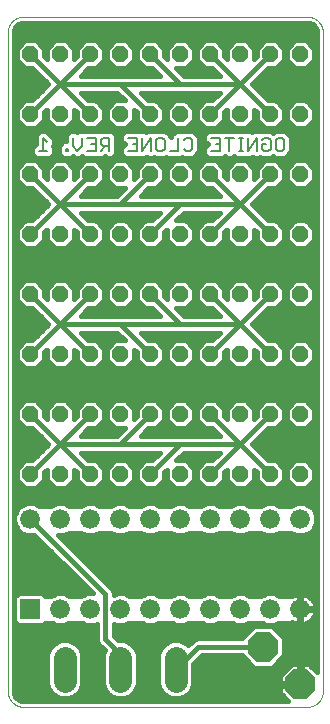
<source format=gbl>
G75*
%MOIN*%
%OFA0B0*%
%FSLAX25Y25*%
%IPPOS*%
%LPD*%
%AMOC8*
5,1,8,0,0,1.08239X$1,22.5*
%
%ADD10C,0.00000*%
%ADD11C,0.00700*%
%ADD12OC8,0.05200*%
%ADD13OC8,0.10000*%
%ADD14R,0.06600X0.06600*%
%ADD15C,0.06600*%
%ADD16C,0.07677*%
%ADD17C,0.01600*%
D10*
X0004567Y0009300D02*
X0004567Y0229261D01*
X0004569Y0229401D01*
X0004575Y0229541D01*
X0004585Y0229681D01*
X0004598Y0229821D01*
X0004616Y0229960D01*
X0004638Y0230099D01*
X0004663Y0230236D01*
X0004692Y0230374D01*
X0004725Y0230510D01*
X0004762Y0230645D01*
X0004803Y0230779D01*
X0004848Y0230912D01*
X0004896Y0231044D01*
X0004948Y0231174D01*
X0005003Y0231303D01*
X0005062Y0231430D01*
X0005125Y0231556D01*
X0005191Y0231680D01*
X0005260Y0231801D01*
X0005333Y0231921D01*
X0005410Y0232039D01*
X0005489Y0232154D01*
X0005572Y0232268D01*
X0005658Y0232378D01*
X0005747Y0232487D01*
X0005839Y0232593D01*
X0005934Y0232696D01*
X0006031Y0232797D01*
X0006132Y0232894D01*
X0006235Y0232989D01*
X0006341Y0233081D01*
X0006450Y0233170D01*
X0006560Y0233256D01*
X0006674Y0233339D01*
X0006789Y0233418D01*
X0006907Y0233495D01*
X0007027Y0233568D01*
X0007148Y0233637D01*
X0007272Y0233703D01*
X0007398Y0233766D01*
X0007525Y0233825D01*
X0007654Y0233880D01*
X0007784Y0233932D01*
X0007916Y0233980D01*
X0008049Y0234025D01*
X0008183Y0234066D01*
X0008318Y0234103D01*
X0008454Y0234136D01*
X0008592Y0234165D01*
X0008729Y0234190D01*
X0008868Y0234212D01*
X0009007Y0234230D01*
X0009147Y0234243D01*
X0009287Y0234253D01*
X0009427Y0234259D01*
X0009567Y0234261D01*
X0104517Y0234261D01*
X0104657Y0234259D01*
X0104797Y0234253D01*
X0104937Y0234243D01*
X0105077Y0234230D01*
X0105216Y0234212D01*
X0105355Y0234190D01*
X0105492Y0234165D01*
X0105630Y0234136D01*
X0105766Y0234103D01*
X0105901Y0234066D01*
X0106035Y0234025D01*
X0106168Y0233980D01*
X0106300Y0233932D01*
X0106430Y0233880D01*
X0106559Y0233825D01*
X0106686Y0233766D01*
X0106812Y0233703D01*
X0106936Y0233637D01*
X0107057Y0233568D01*
X0107177Y0233495D01*
X0107295Y0233418D01*
X0107410Y0233339D01*
X0107524Y0233256D01*
X0107634Y0233170D01*
X0107743Y0233081D01*
X0107849Y0232989D01*
X0107952Y0232894D01*
X0108053Y0232797D01*
X0108150Y0232696D01*
X0108245Y0232593D01*
X0108337Y0232487D01*
X0108426Y0232378D01*
X0108512Y0232268D01*
X0108595Y0232154D01*
X0108674Y0232039D01*
X0108751Y0231921D01*
X0108824Y0231801D01*
X0108893Y0231680D01*
X0108959Y0231556D01*
X0109022Y0231430D01*
X0109081Y0231303D01*
X0109136Y0231174D01*
X0109188Y0231044D01*
X0109236Y0230912D01*
X0109281Y0230779D01*
X0109322Y0230645D01*
X0109359Y0230510D01*
X0109392Y0230374D01*
X0109421Y0230236D01*
X0109446Y0230099D01*
X0109468Y0229960D01*
X0109486Y0229821D01*
X0109499Y0229681D01*
X0109509Y0229541D01*
X0109515Y0229401D01*
X0109517Y0229261D01*
X0109517Y0009300D01*
X0109515Y0009160D01*
X0109509Y0009020D01*
X0109499Y0008880D01*
X0109486Y0008740D01*
X0109468Y0008601D01*
X0109446Y0008462D01*
X0109421Y0008325D01*
X0109392Y0008187D01*
X0109359Y0008051D01*
X0109322Y0007916D01*
X0109281Y0007782D01*
X0109236Y0007649D01*
X0109188Y0007517D01*
X0109136Y0007387D01*
X0109081Y0007258D01*
X0109022Y0007131D01*
X0108959Y0007005D01*
X0108893Y0006881D01*
X0108824Y0006760D01*
X0108751Y0006640D01*
X0108674Y0006522D01*
X0108595Y0006407D01*
X0108512Y0006293D01*
X0108426Y0006183D01*
X0108337Y0006074D01*
X0108245Y0005968D01*
X0108150Y0005865D01*
X0108053Y0005764D01*
X0107952Y0005667D01*
X0107849Y0005572D01*
X0107743Y0005480D01*
X0107634Y0005391D01*
X0107524Y0005305D01*
X0107410Y0005222D01*
X0107295Y0005143D01*
X0107177Y0005066D01*
X0107057Y0004993D01*
X0106936Y0004924D01*
X0106812Y0004858D01*
X0106686Y0004795D01*
X0106559Y0004736D01*
X0106430Y0004681D01*
X0106300Y0004629D01*
X0106168Y0004581D01*
X0106035Y0004536D01*
X0105901Y0004495D01*
X0105766Y0004458D01*
X0105630Y0004425D01*
X0105492Y0004396D01*
X0105355Y0004371D01*
X0105216Y0004349D01*
X0105077Y0004331D01*
X0104937Y0004318D01*
X0104797Y0004308D01*
X0104657Y0004302D01*
X0104517Y0004300D01*
X0009567Y0004300D01*
X0009427Y0004302D01*
X0009287Y0004308D01*
X0009147Y0004318D01*
X0009007Y0004331D01*
X0008868Y0004349D01*
X0008729Y0004371D01*
X0008592Y0004396D01*
X0008454Y0004425D01*
X0008318Y0004458D01*
X0008183Y0004495D01*
X0008049Y0004536D01*
X0007916Y0004581D01*
X0007784Y0004629D01*
X0007654Y0004681D01*
X0007525Y0004736D01*
X0007398Y0004795D01*
X0007272Y0004858D01*
X0007148Y0004924D01*
X0007027Y0004993D01*
X0006907Y0005066D01*
X0006789Y0005143D01*
X0006674Y0005222D01*
X0006560Y0005305D01*
X0006450Y0005391D01*
X0006341Y0005480D01*
X0006235Y0005572D01*
X0006132Y0005667D01*
X0006031Y0005764D01*
X0005934Y0005865D01*
X0005839Y0005968D01*
X0005747Y0006074D01*
X0005658Y0006183D01*
X0005572Y0006293D01*
X0005489Y0006407D01*
X0005410Y0006522D01*
X0005333Y0006640D01*
X0005260Y0006760D01*
X0005191Y0006881D01*
X0005125Y0007005D01*
X0005062Y0007131D01*
X0005003Y0007258D01*
X0004948Y0007387D01*
X0004896Y0007517D01*
X0004848Y0007649D01*
X0004803Y0007782D01*
X0004762Y0007916D01*
X0004725Y0008051D01*
X0004692Y0008187D01*
X0004663Y0008325D01*
X0004638Y0008462D01*
X0004616Y0008601D01*
X0004598Y0008740D01*
X0004585Y0008880D01*
X0004575Y0009020D01*
X0004569Y0009160D01*
X0004567Y0009300D01*
D11*
X0014814Y0189650D02*
X0017683Y0189650D01*
X0016248Y0189650D02*
X0016248Y0193954D01*
X0017683Y0192519D01*
X0023871Y0190367D02*
X0023871Y0189650D01*
X0024589Y0189650D01*
X0024589Y0190367D01*
X0023871Y0190367D01*
X0026323Y0191085D02*
X0026323Y0193954D01*
X0026323Y0191085D02*
X0027758Y0189650D01*
X0029192Y0191085D01*
X0029192Y0193954D01*
X0030927Y0193954D02*
X0033796Y0193954D01*
X0033796Y0189650D01*
X0030927Y0189650D01*
X0032362Y0191802D02*
X0033796Y0191802D01*
X0035531Y0191802D02*
X0036248Y0191085D01*
X0038400Y0191085D01*
X0036966Y0191085D02*
X0035531Y0189650D01*
X0035531Y0191802D02*
X0035531Y0193236D01*
X0036248Y0193954D01*
X0038400Y0193954D01*
X0038400Y0189650D01*
X0044739Y0189650D02*
X0047608Y0189650D01*
X0047608Y0193954D01*
X0044739Y0193954D01*
X0046174Y0191802D02*
X0047608Y0191802D01*
X0049343Y0189650D02*
X0049343Y0193954D01*
X0052212Y0193954D02*
X0049343Y0189650D01*
X0052212Y0189650D02*
X0052212Y0193954D01*
X0053947Y0193236D02*
X0053947Y0190367D01*
X0054664Y0189650D01*
X0056099Y0189650D01*
X0056816Y0190367D01*
X0056816Y0193236D01*
X0056099Y0193954D01*
X0054664Y0193954D01*
X0053947Y0193236D01*
X0058551Y0189650D02*
X0061420Y0189650D01*
X0061420Y0193954D01*
X0063155Y0193236D02*
X0063872Y0193954D01*
X0065307Y0193954D01*
X0066024Y0193236D01*
X0066024Y0190367D01*
X0065307Y0189650D01*
X0063872Y0189650D01*
X0063155Y0190367D01*
X0072363Y0189650D02*
X0075232Y0189650D01*
X0075232Y0193954D01*
X0072363Y0193954D01*
X0073797Y0191802D02*
X0075232Y0191802D01*
X0076966Y0193954D02*
X0079836Y0193954D01*
X0081470Y0193954D02*
X0082905Y0193954D01*
X0082188Y0193954D02*
X0082188Y0189650D01*
X0082905Y0189650D02*
X0081470Y0189650D01*
X0078401Y0189650D02*
X0078401Y0193954D01*
X0084640Y0193954D02*
X0084640Y0189650D01*
X0087509Y0193954D01*
X0087509Y0189650D01*
X0089244Y0190367D02*
X0089244Y0191802D01*
X0090678Y0191802D01*
X0089244Y0193236D02*
X0089961Y0193954D01*
X0091395Y0193954D01*
X0092113Y0193236D01*
X0092113Y0190367D01*
X0091395Y0189650D01*
X0089961Y0189650D01*
X0089244Y0190367D01*
X0093848Y0190367D02*
X0093848Y0193236D01*
X0094565Y0193954D01*
X0095999Y0193954D01*
X0096717Y0193236D01*
X0096717Y0190367D01*
X0095999Y0189650D01*
X0094565Y0189650D01*
X0093848Y0190367D01*
D12*
X0092067Y0181800D03*
X0082067Y0181800D03*
X0082067Y0201800D03*
X0092067Y0201800D03*
X0092067Y0221800D03*
X0082067Y0221800D03*
X0072067Y0221800D03*
X0072067Y0201800D03*
X0072067Y0181800D03*
X0062067Y0181800D03*
X0062067Y0201800D03*
X0062067Y0221800D03*
X0052067Y0221800D03*
X0052067Y0201800D03*
X0052067Y0181800D03*
X0042067Y0181800D03*
X0032067Y0181800D03*
X0032067Y0201800D03*
X0042067Y0201800D03*
X0042067Y0221800D03*
X0032067Y0221800D03*
X0022067Y0221800D03*
X0022067Y0201800D03*
X0022067Y0181800D03*
X0012067Y0181800D03*
X0012067Y0201800D03*
X0012067Y0221800D03*
X0012067Y0161800D03*
X0012067Y0141800D03*
X0012067Y0121800D03*
X0022067Y0121800D03*
X0022067Y0141800D03*
X0022067Y0161800D03*
X0032067Y0161800D03*
X0042067Y0161800D03*
X0042067Y0141800D03*
X0032067Y0141800D03*
X0032067Y0121800D03*
X0042067Y0121800D03*
X0052067Y0121800D03*
X0052067Y0141800D03*
X0052067Y0161800D03*
X0062067Y0161800D03*
X0062067Y0141800D03*
X0062067Y0121800D03*
X0072067Y0121800D03*
X0072067Y0141800D03*
X0072067Y0161800D03*
X0082067Y0161800D03*
X0092067Y0161800D03*
X0092067Y0141800D03*
X0082067Y0141800D03*
X0082067Y0121800D03*
X0092067Y0121800D03*
X0102067Y0121800D03*
X0102067Y0141800D03*
X0102067Y0161800D03*
X0102067Y0181800D03*
X0102067Y0201800D03*
X0102067Y0221800D03*
X0102067Y0101800D03*
X0102067Y0081800D03*
X0092067Y0081800D03*
X0082067Y0081800D03*
X0082067Y0101800D03*
X0092067Y0101800D03*
X0072067Y0101800D03*
X0072067Y0081800D03*
X0062067Y0081800D03*
X0062067Y0101800D03*
X0052067Y0101800D03*
X0052067Y0081800D03*
X0042067Y0081800D03*
X0032067Y0081800D03*
X0032067Y0101800D03*
X0042067Y0101800D03*
X0022067Y0101800D03*
X0022067Y0081800D03*
X0012067Y0081800D03*
X0012067Y0101800D03*
D13*
X0089567Y0024300D03*
X0102067Y0011800D03*
D14*
X0012067Y0036800D03*
D15*
X0022067Y0036800D03*
X0032067Y0036800D03*
X0042067Y0036800D03*
X0052067Y0036800D03*
X0062067Y0036800D03*
X0072067Y0036800D03*
X0082067Y0036800D03*
X0092067Y0036800D03*
X0102067Y0036800D03*
X0102067Y0066800D03*
X0092067Y0066800D03*
X0082067Y0066800D03*
X0072067Y0066800D03*
X0062067Y0066800D03*
X0052067Y0066800D03*
X0042067Y0066800D03*
X0032067Y0066800D03*
X0022067Y0066800D03*
X0012067Y0066800D03*
D16*
X0023567Y0020639D02*
X0023567Y0012961D01*
X0042067Y0012961D02*
X0042067Y0020639D01*
X0060567Y0020639D02*
X0060567Y0012961D01*
D17*
X0060567Y0016800D02*
X0068067Y0024300D01*
X0089567Y0024300D01*
X0093267Y0030499D02*
X0107517Y0030499D01*
X0107517Y0032097D02*
X0104071Y0032097D01*
X0104024Y0032074D02*
X0104740Y0032438D01*
X0105389Y0032910D01*
X0105957Y0033478D01*
X0106429Y0034127D01*
X0106793Y0034842D01*
X0107041Y0035606D01*
X0107167Y0036399D01*
X0107167Y0036500D01*
X0102367Y0036500D01*
X0102367Y0037100D01*
X0107167Y0037100D01*
X0107167Y0037201D01*
X0107041Y0037994D01*
X0106793Y0038758D01*
X0106429Y0039473D01*
X0105957Y0040122D01*
X0105389Y0040690D01*
X0104740Y0041162D01*
X0104024Y0041526D01*
X0103261Y0041774D01*
X0102468Y0041900D01*
X0102367Y0041900D01*
X0102367Y0037100D01*
X0101767Y0037100D01*
X0101767Y0041900D01*
X0101665Y0041900D01*
X0100872Y0041774D01*
X0100109Y0041526D01*
X0099394Y0041162D01*
X0099330Y0041115D01*
X0099145Y0041300D01*
X0095052Y0041300D01*
X0093121Y0042100D01*
X0091012Y0042100D01*
X0089081Y0041300D01*
X0085052Y0041300D01*
X0083121Y0042100D01*
X0081012Y0042100D01*
X0079081Y0041300D01*
X0075052Y0041300D01*
X0073121Y0042100D01*
X0071012Y0042100D01*
X0069081Y0041300D01*
X0065052Y0041300D01*
X0063121Y0042100D01*
X0061012Y0042100D01*
X0059081Y0041300D01*
X0055052Y0041300D01*
X0053121Y0042100D01*
X0051012Y0042100D01*
X0049081Y0041300D01*
X0045052Y0041300D01*
X0043121Y0042100D01*
X0041012Y0042100D01*
X0039867Y0041625D01*
X0039867Y0042357D01*
X0039440Y0043386D01*
X0038653Y0044174D01*
X0021326Y0061500D01*
X0023121Y0061500D01*
X0025052Y0062300D01*
X0029081Y0062300D01*
X0031012Y0061500D01*
X0033121Y0061500D01*
X0035052Y0062300D01*
X0039081Y0062300D01*
X0041012Y0061500D01*
X0043121Y0061500D01*
X0045052Y0062300D01*
X0049081Y0062300D01*
X0051012Y0061500D01*
X0053121Y0061500D01*
X0055052Y0062300D01*
X0059081Y0062300D01*
X0061012Y0061500D01*
X0063121Y0061500D01*
X0065052Y0062300D01*
X0069081Y0062300D01*
X0071012Y0061500D01*
X0073121Y0061500D01*
X0075052Y0062300D01*
X0079081Y0062300D01*
X0081012Y0061500D01*
X0083121Y0061500D01*
X0085052Y0062300D01*
X0089081Y0062300D01*
X0091012Y0061500D01*
X0093121Y0061500D01*
X0095052Y0062300D01*
X0099081Y0062300D01*
X0101012Y0061500D01*
X0103121Y0061500D01*
X0105052Y0062300D01*
X0105395Y0062300D01*
X0106567Y0063472D01*
X0106567Y0063814D01*
X0107367Y0065746D01*
X0107367Y0067854D01*
X0106567Y0069786D01*
X0106567Y0070128D01*
X0105395Y0071300D01*
X0105052Y0071300D01*
X0103121Y0072100D01*
X0101012Y0072100D01*
X0099081Y0071300D01*
X0095052Y0071300D01*
X0093121Y0072100D01*
X0091012Y0072100D01*
X0089081Y0071300D01*
X0085052Y0071300D01*
X0083121Y0072100D01*
X0081012Y0072100D01*
X0079081Y0071300D01*
X0075052Y0071300D01*
X0073121Y0072100D01*
X0071012Y0072100D01*
X0069081Y0071300D01*
X0065052Y0071300D01*
X0063121Y0072100D01*
X0061012Y0072100D01*
X0059081Y0071300D01*
X0055052Y0071300D01*
X0053121Y0072100D01*
X0051012Y0072100D01*
X0049081Y0071300D01*
X0045052Y0071300D01*
X0043121Y0072100D01*
X0041012Y0072100D01*
X0039081Y0071300D01*
X0035052Y0071300D01*
X0033121Y0072100D01*
X0031012Y0072100D01*
X0029081Y0071300D01*
X0025052Y0071300D01*
X0023121Y0072100D01*
X0021012Y0072100D01*
X0019081Y0071300D01*
X0015052Y0071300D01*
X0013121Y0072100D01*
X0011012Y0072100D01*
X0009081Y0071300D01*
X0008738Y0071300D01*
X0007567Y0070128D01*
X0007567Y0069786D01*
X0006767Y0067854D01*
X0006767Y0065746D01*
X0007567Y0063814D01*
X0007567Y0063472D01*
X0008738Y0062300D01*
X0009081Y0062300D01*
X0011012Y0061500D01*
X0013121Y0061500D01*
X0013323Y0061584D01*
X0032807Y0042100D01*
X0031012Y0042100D01*
X0029081Y0041300D01*
X0025052Y0041300D01*
X0023121Y0042100D01*
X0021012Y0042100D01*
X0019081Y0041300D01*
X0016995Y0041300D01*
X0016195Y0042100D01*
X0007938Y0042100D01*
X0006767Y0040928D01*
X0006767Y0032672D01*
X0007938Y0031500D01*
X0016195Y0031500D01*
X0016995Y0032300D01*
X0019081Y0032300D01*
X0021012Y0031500D01*
X0023121Y0031500D01*
X0025052Y0032300D01*
X0029081Y0032300D01*
X0031012Y0031500D01*
X0033121Y0031500D01*
X0034267Y0031975D01*
X0034267Y0026243D01*
X0034693Y0025214D01*
X0036778Y0023128D01*
X0036228Y0021800D01*
X0036228Y0011800D01*
X0037117Y0009654D01*
X0038759Y0008012D01*
X0040905Y0007123D01*
X0043228Y0007123D01*
X0045374Y0008012D01*
X0047016Y0009654D01*
X0047905Y0011800D01*
X0047905Y0021800D01*
X0047016Y0023946D01*
X0045374Y0025588D01*
X0043228Y0026477D01*
X0041349Y0026477D01*
X0039867Y0027960D01*
X0039867Y0031975D01*
X0041012Y0031500D01*
X0043121Y0031500D01*
X0045052Y0032300D01*
X0049081Y0032300D01*
X0051012Y0031500D01*
X0053121Y0031500D01*
X0055052Y0032300D01*
X0059081Y0032300D01*
X0061012Y0031500D01*
X0063121Y0031500D01*
X0065052Y0032300D01*
X0069081Y0032300D01*
X0071012Y0031500D01*
X0073121Y0031500D01*
X0075052Y0032300D01*
X0079081Y0032300D01*
X0081012Y0031500D01*
X0083121Y0031500D01*
X0085052Y0032300D01*
X0089081Y0032300D01*
X0091012Y0031500D01*
X0093121Y0031500D01*
X0095052Y0032300D01*
X0099145Y0032300D01*
X0099330Y0032485D01*
X0099394Y0032438D01*
X0100109Y0032074D01*
X0100872Y0031826D01*
X0101665Y0031700D01*
X0101767Y0031700D01*
X0101767Y0036500D01*
X0102367Y0036500D01*
X0102367Y0031700D01*
X0102468Y0031700D01*
X0103261Y0031826D01*
X0104024Y0032074D01*
X0102367Y0032097D02*
X0101767Y0032097D01*
X0101767Y0033696D02*
X0102367Y0033696D01*
X0102367Y0035294D02*
X0101767Y0035294D01*
X0102367Y0036893D02*
X0107517Y0036893D01*
X0107517Y0038491D02*
X0106880Y0038491D01*
X0107517Y0040090D02*
X0105980Y0040090D01*
X0107517Y0041688D02*
X0103526Y0041688D01*
X0102367Y0041688D02*
X0101767Y0041688D01*
X0100608Y0041688D02*
X0094115Y0041688D01*
X0090019Y0041688D02*
X0084115Y0041688D01*
X0080019Y0041688D02*
X0074115Y0041688D01*
X0070019Y0041688D02*
X0064115Y0041688D01*
X0060019Y0041688D02*
X0054115Y0041688D01*
X0050019Y0041688D02*
X0044115Y0041688D01*
X0040019Y0041688D02*
X0039867Y0041688D01*
X0039481Y0043287D02*
X0107517Y0043287D01*
X0107517Y0044885D02*
X0037941Y0044885D01*
X0037067Y0041800D02*
X0037067Y0026800D01*
X0042067Y0021800D01*
X0042067Y0016800D01*
X0045096Y0025703D02*
X0057537Y0025703D01*
X0057259Y0025588D02*
X0055617Y0023946D01*
X0054728Y0021800D01*
X0054728Y0011800D01*
X0055617Y0009654D01*
X0057259Y0008012D01*
X0059405Y0007123D01*
X0061728Y0007123D01*
X0063874Y0008012D01*
X0065516Y0009654D01*
X0066405Y0011800D01*
X0066405Y0018679D01*
X0069226Y0021500D01*
X0082567Y0021500D01*
X0082567Y0021401D01*
X0086667Y0017300D01*
X0092466Y0017300D01*
X0096567Y0021401D01*
X0096567Y0027199D01*
X0092466Y0031300D01*
X0086667Y0031300D01*
X0082567Y0027199D01*
X0082567Y0027100D01*
X0067510Y0027100D01*
X0066481Y0026674D01*
X0064635Y0024828D01*
X0063874Y0025588D01*
X0061728Y0026477D01*
X0059405Y0026477D01*
X0057259Y0025588D01*
X0055776Y0024105D02*
X0046858Y0024105D01*
X0047613Y0022506D02*
X0055021Y0022506D01*
X0054728Y0020908D02*
X0047905Y0020908D01*
X0047905Y0019309D02*
X0054728Y0019309D01*
X0054728Y0017711D02*
X0047905Y0017711D01*
X0047905Y0016112D02*
X0054728Y0016112D01*
X0054728Y0014514D02*
X0047905Y0014514D01*
X0047905Y0012915D02*
X0054728Y0012915D01*
X0054928Y0011317D02*
X0047705Y0011317D01*
X0047043Y0009718D02*
X0055590Y0009718D01*
X0057151Y0008120D02*
X0045482Y0008120D01*
X0038651Y0008120D02*
X0026982Y0008120D01*
X0026874Y0008012D02*
X0028516Y0009654D01*
X0029405Y0011800D01*
X0029405Y0021800D01*
X0028516Y0023946D01*
X0026874Y0025588D01*
X0024728Y0026477D01*
X0022405Y0026477D01*
X0020259Y0025588D01*
X0018617Y0023946D01*
X0017728Y0021800D01*
X0017728Y0011800D01*
X0018617Y0009654D01*
X0020259Y0008012D01*
X0022405Y0007123D01*
X0024728Y0007123D01*
X0026874Y0008012D01*
X0028543Y0009718D02*
X0037090Y0009718D01*
X0036428Y0011317D02*
X0029205Y0011317D01*
X0029405Y0012915D02*
X0036228Y0012915D01*
X0036228Y0014514D02*
X0029405Y0014514D01*
X0029405Y0016112D02*
X0036228Y0016112D01*
X0036228Y0017711D02*
X0029405Y0017711D01*
X0029405Y0019309D02*
X0036228Y0019309D01*
X0036228Y0020908D02*
X0029405Y0020908D01*
X0029113Y0022506D02*
X0036521Y0022506D01*
X0035802Y0024105D02*
X0028358Y0024105D01*
X0026596Y0025703D02*
X0034490Y0025703D01*
X0034267Y0027302D02*
X0006567Y0027302D01*
X0006567Y0028900D02*
X0034267Y0028900D01*
X0034267Y0030499D02*
X0006567Y0030499D01*
X0006567Y0032097D02*
X0007341Y0032097D01*
X0006767Y0033696D02*
X0006567Y0033696D01*
X0006567Y0035294D02*
X0006767Y0035294D01*
X0006767Y0036893D02*
X0006567Y0036893D01*
X0006567Y0038491D02*
X0006767Y0038491D01*
X0006767Y0040090D02*
X0006567Y0040090D01*
X0006567Y0041688D02*
X0007527Y0041688D01*
X0006567Y0043287D02*
X0031620Y0043287D01*
X0030021Y0044885D02*
X0006567Y0044885D01*
X0006567Y0046484D02*
X0028423Y0046484D01*
X0026824Y0048082D02*
X0006567Y0048082D01*
X0006567Y0049681D02*
X0025226Y0049681D01*
X0023627Y0051279D02*
X0006567Y0051279D01*
X0006567Y0052878D02*
X0022029Y0052878D01*
X0020430Y0054476D02*
X0006567Y0054476D01*
X0006567Y0056075D02*
X0018832Y0056075D01*
X0017233Y0057673D02*
X0006567Y0057673D01*
X0006567Y0059272D02*
X0015635Y0059272D01*
X0014036Y0060870D02*
X0006567Y0060870D01*
X0006567Y0062469D02*
X0008569Y0062469D01*
X0007462Y0064068D02*
X0006567Y0064068D01*
X0006567Y0065666D02*
X0006800Y0065666D01*
X0006767Y0067265D02*
X0006567Y0067265D01*
X0006567Y0068863D02*
X0007185Y0068863D01*
X0006567Y0070462D02*
X0007900Y0070462D01*
X0006567Y0072060D02*
X0010916Y0072060D01*
X0013217Y0072060D02*
X0020916Y0072060D01*
X0023217Y0072060D02*
X0030916Y0072060D01*
X0033217Y0072060D02*
X0040916Y0072060D01*
X0043217Y0072060D02*
X0050916Y0072060D01*
X0053217Y0072060D02*
X0060916Y0072060D01*
X0063217Y0072060D02*
X0070916Y0072060D01*
X0073217Y0072060D02*
X0080916Y0072060D01*
X0083217Y0072060D02*
X0090916Y0072060D01*
X0093217Y0072060D02*
X0100916Y0072060D01*
X0103217Y0072060D02*
X0107517Y0072060D01*
X0107517Y0070462D02*
X0106234Y0070462D01*
X0106949Y0068863D02*
X0107517Y0068863D01*
X0107517Y0067265D02*
X0107367Y0067265D01*
X0107334Y0065666D02*
X0107517Y0065666D01*
X0107517Y0064068D02*
X0106671Y0064068D01*
X0107517Y0062469D02*
X0105564Y0062469D01*
X0107517Y0060870D02*
X0021956Y0060870D01*
X0023554Y0059272D02*
X0107517Y0059272D01*
X0107517Y0057673D02*
X0025153Y0057673D01*
X0026751Y0056075D02*
X0107517Y0056075D01*
X0107517Y0054476D02*
X0028350Y0054476D01*
X0029949Y0052878D02*
X0107517Y0052878D01*
X0107517Y0051279D02*
X0031547Y0051279D01*
X0033146Y0049681D02*
X0107517Y0049681D01*
X0107517Y0048082D02*
X0034744Y0048082D01*
X0036343Y0046484D02*
X0107517Y0046484D01*
X0102367Y0040090D02*
X0101767Y0040090D01*
X0101767Y0038491D02*
X0102367Y0038491D01*
X0100063Y0032097D02*
X0094563Y0032097D01*
X0094866Y0028900D02*
X0107517Y0028900D01*
X0107517Y0027302D02*
X0096464Y0027302D01*
X0096567Y0025703D02*
X0107517Y0025703D01*
X0107517Y0024105D02*
X0096567Y0024105D01*
X0096567Y0022506D02*
X0107517Y0022506D01*
X0107517Y0020908D02*
X0096074Y0020908D01*
X0094475Y0019309D02*
X0107517Y0019309D01*
X0107517Y0017711D02*
X0105773Y0017711D01*
X0104883Y0018600D02*
X0102642Y0018600D01*
X0102642Y0012375D01*
X0101492Y0012375D01*
X0101492Y0018600D01*
X0099250Y0018600D01*
X0095267Y0014617D01*
X0095267Y0012375D01*
X0101492Y0012375D01*
X0101492Y0011225D01*
X0095267Y0011225D01*
X0095267Y0008983D01*
X0097950Y0006300D01*
X0009567Y0006300D01*
X0008981Y0006358D01*
X0007900Y0006806D01*
X0007072Y0007633D01*
X0006624Y0008715D01*
X0006567Y0009300D01*
X0006567Y0229261D01*
X0006624Y0229846D01*
X0007072Y0230927D01*
X0007900Y0231755D01*
X0008981Y0232203D01*
X0009567Y0232261D01*
X0104517Y0232261D01*
X0105103Y0232203D01*
X0106184Y0231755D01*
X0107012Y0230927D01*
X0107460Y0229846D01*
X0107517Y0229261D01*
X0107517Y0015966D01*
X0104883Y0018600D01*
X0102642Y0017711D02*
X0101492Y0017711D01*
X0101492Y0016112D02*
X0102642Y0016112D01*
X0102642Y0014514D02*
X0101492Y0014514D01*
X0101492Y0012915D02*
X0102642Y0012915D01*
X0101492Y0011317D02*
X0066205Y0011317D01*
X0066405Y0012915D02*
X0095267Y0012915D01*
X0095267Y0014514D02*
X0066405Y0014514D01*
X0066405Y0016112D02*
X0096762Y0016112D01*
X0098361Y0017711D02*
X0092877Y0017711D01*
X0095267Y0009718D02*
X0065543Y0009718D01*
X0063982Y0008120D02*
X0096130Y0008120D01*
X0097729Y0006521D02*
X0008587Y0006521D01*
X0006871Y0008120D02*
X0020151Y0008120D01*
X0018590Y0009718D02*
X0006567Y0009718D01*
X0006567Y0011317D02*
X0017928Y0011317D01*
X0017728Y0012915D02*
X0006567Y0012915D01*
X0006567Y0014514D02*
X0017728Y0014514D01*
X0017728Y0016112D02*
X0006567Y0016112D01*
X0006567Y0017711D02*
X0017728Y0017711D01*
X0017728Y0019309D02*
X0006567Y0019309D01*
X0006567Y0020908D02*
X0017728Y0020908D01*
X0018021Y0022506D02*
X0006567Y0022506D01*
X0006567Y0024105D02*
X0018776Y0024105D01*
X0020537Y0025703D02*
X0006567Y0025703D01*
X0016792Y0032097D02*
X0019570Y0032097D01*
X0024563Y0032097D02*
X0029570Y0032097D01*
X0030019Y0041688D02*
X0024115Y0041688D01*
X0020019Y0041688D02*
X0016607Y0041688D01*
X0037067Y0041800D02*
X0012067Y0066800D01*
X0006567Y0073659D02*
X0107517Y0073659D01*
X0107517Y0075257D02*
X0006567Y0075257D01*
X0006567Y0076856D02*
X0107517Y0076856D01*
X0107517Y0078454D02*
X0105226Y0078454D01*
X0103972Y0077200D02*
X0106667Y0079895D01*
X0106667Y0083705D01*
X0103972Y0086400D01*
X0100161Y0086400D01*
X0097467Y0083705D01*
X0097467Y0079895D01*
X0100161Y0077200D01*
X0103972Y0077200D01*
X0106667Y0080053D02*
X0107517Y0080053D01*
X0107517Y0081651D02*
X0106667Y0081651D01*
X0106667Y0083250D02*
X0107517Y0083250D01*
X0107517Y0084848D02*
X0105524Y0084848D01*
X0107517Y0086447D02*
X0091380Y0086447D01*
X0091426Y0086400D02*
X0086026Y0091800D01*
X0091426Y0097200D01*
X0093972Y0097200D01*
X0096667Y0099895D01*
X0096667Y0103705D01*
X0093972Y0106400D01*
X0090161Y0106400D01*
X0087467Y0103705D01*
X0087467Y0101160D01*
X0086667Y0100360D01*
X0086667Y0103705D01*
X0083972Y0106400D01*
X0080161Y0106400D01*
X0077467Y0103705D01*
X0077467Y0100360D01*
X0076667Y0101160D01*
X0076667Y0103705D01*
X0073972Y0106400D01*
X0070161Y0106400D01*
X0067467Y0103705D01*
X0067467Y0099895D01*
X0070161Y0097200D01*
X0072707Y0097200D01*
X0075307Y0094600D01*
X0048826Y0094600D01*
X0051426Y0097200D01*
X0053972Y0097200D01*
X0056667Y0099895D01*
X0056667Y0103705D01*
X0053972Y0106400D01*
X0050161Y0106400D01*
X0047467Y0103705D01*
X0047467Y0101160D01*
X0046667Y0100360D01*
X0046667Y0103705D01*
X0043972Y0106400D01*
X0040161Y0106400D01*
X0037467Y0103705D01*
X0037467Y0099895D01*
X0040161Y0097200D01*
X0043507Y0097200D01*
X0040907Y0094600D01*
X0028826Y0094600D01*
X0031426Y0097200D01*
X0033972Y0097200D01*
X0036667Y0099895D01*
X0036667Y0103705D01*
X0033972Y0106400D01*
X0030161Y0106400D01*
X0027467Y0103705D01*
X0027467Y0101160D01*
X0026667Y0100360D01*
X0026667Y0103705D01*
X0023972Y0106400D01*
X0020161Y0106400D01*
X0017467Y0103705D01*
X0017467Y0100360D01*
X0016667Y0101160D01*
X0016667Y0103705D01*
X0013972Y0106400D01*
X0010161Y0106400D01*
X0007467Y0103705D01*
X0007467Y0099895D01*
X0010161Y0097200D01*
X0012707Y0097200D01*
X0018107Y0091800D01*
X0012707Y0086400D01*
X0010161Y0086400D01*
X0007467Y0083705D01*
X0007467Y0079895D01*
X0010161Y0077200D01*
X0013972Y0077200D01*
X0016667Y0079895D01*
X0016667Y0082440D01*
X0017467Y0083240D01*
X0017467Y0079895D01*
X0020161Y0077200D01*
X0023972Y0077200D01*
X0026667Y0079895D01*
X0026667Y0083240D01*
X0027467Y0082440D01*
X0027467Y0079895D01*
X0030161Y0077200D01*
X0033972Y0077200D01*
X0036667Y0079895D01*
X0036667Y0083705D01*
X0033972Y0086400D01*
X0031426Y0086400D01*
X0028826Y0089000D01*
X0055307Y0089000D01*
X0052707Y0086400D01*
X0050161Y0086400D01*
X0047467Y0083705D01*
X0047467Y0079895D01*
X0050161Y0077200D01*
X0053972Y0077200D01*
X0056667Y0079895D01*
X0056667Y0082440D01*
X0057467Y0083240D01*
X0057467Y0079895D01*
X0060161Y0077200D01*
X0063972Y0077200D01*
X0066667Y0079895D01*
X0066667Y0083705D01*
X0063972Y0086400D01*
X0060626Y0086400D01*
X0063226Y0089000D01*
X0075307Y0089000D01*
X0072707Y0086400D01*
X0070161Y0086400D01*
X0067467Y0083705D01*
X0067467Y0079895D01*
X0070161Y0077200D01*
X0073972Y0077200D01*
X0076667Y0079895D01*
X0076667Y0082440D01*
X0077467Y0083240D01*
X0077467Y0079895D01*
X0080161Y0077200D01*
X0083972Y0077200D01*
X0086667Y0079895D01*
X0086667Y0083240D01*
X0087467Y0082440D01*
X0087467Y0079895D01*
X0090161Y0077200D01*
X0093972Y0077200D01*
X0096667Y0079895D01*
X0096667Y0083705D01*
X0093972Y0086400D01*
X0091426Y0086400D01*
X0089781Y0088045D02*
X0107517Y0088045D01*
X0107517Y0089644D02*
X0088183Y0089644D01*
X0086584Y0091242D02*
X0107517Y0091242D01*
X0107517Y0092841D02*
X0087067Y0092841D01*
X0088666Y0094439D02*
X0107517Y0094439D01*
X0107517Y0096038D02*
X0090264Y0096038D01*
X0092067Y0101800D02*
X0082067Y0091800D01*
X0072067Y0101800D01*
X0074743Y0105629D02*
X0079390Y0105629D01*
X0077792Y0104030D02*
X0076342Y0104030D01*
X0076667Y0102432D02*
X0077467Y0102432D01*
X0077467Y0100833D02*
X0076993Y0100833D01*
X0073869Y0096038D02*
X0050264Y0096038D01*
X0052067Y0101800D02*
X0042067Y0091800D01*
X0062067Y0091800D01*
X0052067Y0081800D01*
X0052754Y0086447D02*
X0031380Y0086447D01*
X0029781Y0088045D02*
X0054352Y0088045D01*
X0056667Y0081651D02*
X0057467Y0081651D01*
X0057467Y0080053D02*
X0056667Y0080053D01*
X0055226Y0078454D02*
X0058907Y0078454D01*
X0060673Y0086447D02*
X0072754Y0086447D01*
X0074352Y0088045D02*
X0062272Y0088045D01*
X0062067Y0091800D02*
X0082067Y0091800D01*
X0072067Y0081800D01*
X0075226Y0078454D02*
X0078907Y0078454D01*
X0077467Y0080053D02*
X0076667Y0080053D01*
X0076667Y0081651D02*
X0077467Y0081651D01*
X0082067Y0091800D02*
X0092067Y0081800D01*
X0088907Y0078454D02*
X0085226Y0078454D01*
X0086667Y0080053D02*
X0087467Y0080053D01*
X0087467Y0081651D02*
X0086667Y0081651D01*
X0094408Y0097636D02*
X0099725Y0097636D01*
X0100161Y0097200D02*
X0103972Y0097200D01*
X0106667Y0099895D01*
X0106667Y0103705D01*
X0103972Y0106400D01*
X0100161Y0106400D01*
X0097467Y0103705D01*
X0097467Y0099895D01*
X0100161Y0097200D01*
X0098127Y0099235D02*
X0096007Y0099235D01*
X0096667Y0100833D02*
X0097467Y0100833D01*
X0097467Y0102432D02*
X0096667Y0102432D01*
X0096342Y0104030D02*
X0097792Y0104030D01*
X0099390Y0105629D02*
X0094743Y0105629D01*
X0089390Y0105629D02*
X0084743Y0105629D01*
X0086342Y0104030D02*
X0087792Y0104030D01*
X0087467Y0102432D02*
X0086667Y0102432D01*
X0086667Y0100833D02*
X0087140Y0100833D01*
X0090161Y0117200D02*
X0093972Y0117200D01*
X0096667Y0119895D01*
X0096667Y0123705D01*
X0093972Y0126400D01*
X0091426Y0126400D01*
X0086026Y0131800D01*
X0091426Y0137200D01*
X0093972Y0137200D01*
X0096667Y0139895D01*
X0096667Y0143705D01*
X0093972Y0146400D01*
X0090161Y0146400D01*
X0087467Y0143705D01*
X0087467Y0141160D01*
X0086667Y0140360D01*
X0086667Y0143705D01*
X0083972Y0146400D01*
X0080161Y0146400D01*
X0077467Y0143705D01*
X0077467Y0140360D01*
X0076667Y0141160D01*
X0076667Y0143705D01*
X0073972Y0146400D01*
X0070161Y0146400D01*
X0067467Y0143705D01*
X0067467Y0139895D01*
X0070161Y0137200D01*
X0072707Y0137200D01*
X0075307Y0134600D01*
X0063226Y0134600D01*
X0060626Y0137200D01*
X0063972Y0137200D01*
X0066667Y0139895D01*
X0066667Y0143705D01*
X0063972Y0146400D01*
X0060161Y0146400D01*
X0057467Y0143705D01*
X0057467Y0140360D01*
X0056667Y0141160D01*
X0056667Y0143705D01*
X0053972Y0146400D01*
X0050161Y0146400D01*
X0047467Y0143705D01*
X0047467Y0139895D01*
X0050161Y0137200D01*
X0052707Y0137200D01*
X0055307Y0134600D01*
X0028826Y0134600D01*
X0031426Y0137200D01*
X0033972Y0137200D01*
X0036667Y0139895D01*
X0036667Y0143705D01*
X0033972Y0146400D01*
X0030161Y0146400D01*
X0027467Y0143705D01*
X0027467Y0141160D01*
X0026667Y0140360D01*
X0026667Y0143705D01*
X0023972Y0146400D01*
X0020161Y0146400D01*
X0017467Y0143705D01*
X0017467Y0140360D01*
X0016667Y0141160D01*
X0016667Y0143705D01*
X0013972Y0146400D01*
X0010161Y0146400D01*
X0007467Y0143705D01*
X0007467Y0139895D01*
X0010161Y0137200D01*
X0012707Y0137200D01*
X0018107Y0131800D01*
X0012707Y0126400D01*
X0010161Y0126400D01*
X0007467Y0123705D01*
X0007467Y0119895D01*
X0010161Y0117200D01*
X0013972Y0117200D01*
X0016667Y0119895D01*
X0016667Y0122440D01*
X0017467Y0123240D01*
X0017467Y0119895D01*
X0020161Y0117200D01*
X0023972Y0117200D01*
X0026667Y0119895D01*
X0026667Y0123240D01*
X0027467Y0122440D01*
X0027467Y0119895D01*
X0030161Y0117200D01*
X0033972Y0117200D01*
X0036667Y0119895D01*
X0036667Y0123705D01*
X0033972Y0126400D01*
X0031426Y0126400D01*
X0028826Y0129000D01*
X0040907Y0129000D01*
X0043507Y0126400D01*
X0040161Y0126400D01*
X0037467Y0123705D01*
X0037467Y0119895D01*
X0040161Y0117200D01*
X0043972Y0117200D01*
X0046667Y0119895D01*
X0046667Y0123240D01*
X0047467Y0122440D01*
X0047467Y0119895D01*
X0050161Y0117200D01*
X0053972Y0117200D01*
X0056667Y0119895D01*
X0056667Y0123705D01*
X0053972Y0126400D01*
X0051426Y0126400D01*
X0048826Y0129000D01*
X0075307Y0129000D01*
X0072707Y0126400D01*
X0070161Y0126400D01*
X0067467Y0123705D01*
X0067467Y0119895D01*
X0070161Y0117200D01*
X0073972Y0117200D01*
X0076667Y0119895D01*
X0076667Y0122440D01*
X0077467Y0123240D01*
X0077467Y0119895D01*
X0080161Y0117200D01*
X0083972Y0117200D01*
X0086667Y0119895D01*
X0086667Y0123240D01*
X0087467Y0122440D01*
X0087467Y0119895D01*
X0090161Y0117200D01*
X0088944Y0118417D02*
X0085189Y0118417D01*
X0086667Y0120015D02*
X0087467Y0120015D01*
X0087467Y0121614D02*
X0086667Y0121614D01*
X0086667Y0123212D02*
X0086694Y0123212D01*
X0089818Y0128008D02*
X0107517Y0128008D01*
X0107517Y0129606D02*
X0088220Y0129606D01*
X0086621Y0131205D02*
X0107517Y0131205D01*
X0107517Y0132803D02*
X0087030Y0132803D01*
X0088628Y0134402D02*
X0107517Y0134402D01*
X0107517Y0136001D02*
X0090227Y0136001D01*
X0094371Y0137599D02*
X0099762Y0137599D01*
X0100161Y0137200D02*
X0103972Y0137200D01*
X0106667Y0139895D01*
X0106667Y0143705D01*
X0103972Y0146400D01*
X0100161Y0146400D01*
X0097467Y0143705D01*
X0097467Y0139895D01*
X0100161Y0137200D01*
X0098164Y0139198D02*
X0095970Y0139198D01*
X0096667Y0140796D02*
X0097467Y0140796D01*
X0097467Y0142395D02*
X0096667Y0142395D01*
X0096379Y0143993D02*
X0097754Y0143993D01*
X0099353Y0145592D02*
X0094780Y0145592D01*
X0092067Y0141800D02*
X0082067Y0131800D01*
X0072067Y0121800D01*
X0072716Y0126409D02*
X0051417Y0126409D01*
X0052067Y0121800D02*
X0042067Y0131800D01*
X0062067Y0131800D01*
X0052067Y0141800D01*
X0049353Y0145592D02*
X0044780Y0145592D01*
X0043972Y0146400D02*
X0046667Y0143705D01*
X0046667Y0139895D01*
X0043972Y0137200D01*
X0040161Y0137200D01*
X0037467Y0139895D01*
X0037467Y0143705D01*
X0040161Y0146400D01*
X0043972Y0146400D01*
X0046379Y0143993D02*
X0047754Y0143993D01*
X0047467Y0142395D02*
X0046667Y0142395D01*
X0046667Y0140796D02*
X0047467Y0140796D01*
X0048164Y0139198D02*
X0045970Y0139198D01*
X0044371Y0137599D02*
X0049762Y0137599D01*
X0053906Y0136001D02*
X0030227Y0136001D01*
X0027103Y0140796D02*
X0026667Y0140796D01*
X0026667Y0142395D02*
X0027467Y0142395D01*
X0027754Y0143993D02*
X0026379Y0143993D01*
X0024780Y0145592D02*
X0029353Y0145592D01*
X0032067Y0141800D02*
X0022067Y0131800D01*
X0032067Y0121800D01*
X0031417Y0126409D02*
X0043497Y0126409D01*
X0041899Y0128008D02*
X0029818Y0128008D01*
X0026694Y0123212D02*
X0026667Y0123212D01*
X0026667Y0121614D02*
X0027467Y0121614D01*
X0027467Y0120015D02*
X0026667Y0120015D01*
X0025189Y0118417D02*
X0028944Y0118417D01*
X0035189Y0118417D02*
X0038944Y0118417D01*
X0037467Y0120015D02*
X0036667Y0120015D01*
X0036667Y0121614D02*
X0037467Y0121614D01*
X0037467Y0123212D02*
X0036667Y0123212D01*
X0035561Y0124811D02*
X0038572Y0124811D01*
X0042067Y0131800D02*
X0022067Y0131800D01*
X0012067Y0121800D01*
X0012716Y0126409D02*
X0006567Y0126409D01*
X0006567Y0124811D02*
X0008572Y0124811D01*
X0007467Y0123212D02*
X0006567Y0123212D01*
X0006567Y0121614D02*
X0007467Y0121614D01*
X0007467Y0120015D02*
X0006567Y0120015D01*
X0006567Y0118417D02*
X0008944Y0118417D01*
X0006567Y0116818D02*
X0107517Y0116818D01*
X0107517Y0115220D02*
X0006567Y0115220D01*
X0006567Y0113621D02*
X0107517Y0113621D01*
X0107517Y0112023D02*
X0006567Y0112023D01*
X0006567Y0110424D02*
X0107517Y0110424D01*
X0107517Y0108826D02*
X0006567Y0108826D01*
X0006567Y0107227D02*
X0107517Y0107227D01*
X0107517Y0105629D02*
X0104743Y0105629D01*
X0106342Y0104030D02*
X0107517Y0104030D01*
X0107517Y0102432D02*
X0106667Y0102432D01*
X0106667Y0100833D02*
X0107517Y0100833D01*
X0107517Y0099235D02*
X0106007Y0099235D01*
X0107517Y0097636D02*
X0104408Y0097636D01*
X0098609Y0084848D02*
X0095524Y0084848D01*
X0096667Y0083250D02*
X0097467Y0083250D01*
X0097467Y0081651D02*
X0096667Y0081651D01*
X0096667Y0080053D02*
X0097467Y0080053D01*
X0098907Y0078454D02*
X0095226Y0078454D01*
X0100161Y0117200D02*
X0103972Y0117200D01*
X0106667Y0119895D01*
X0106667Y0123705D01*
X0103972Y0126400D01*
X0100161Y0126400D01*
X0097467Y0123705D01*
X0097467Y0119895D01*
X0100161Y0117200D01*
X0098944Y0118417D02*
X0095189Y0118417D01*
X0096667Y0120015D02*
X0097467Y0120015D01*
X0097467Y0121614D02*
X0096667Y0121614D01*
X0096667Y0123212D02*
X0097467Y0123212D01*
X0098572Y0124811D02*
X0095561Y0124811D01*
X0091417Y0126409D02*
X0107517Y0126409D01*
X0107517Y0124811D02*
X0105561Y0124811D01*
X0106667Y0123212D02*
X0107517Y0123212D01*
X0107517Y0121614D02*
X0106667Y0121614D01*
X0106667Y0120015D02*
X0107517Y0120015D01*
X0107517Y0118417D02*
X0105189Y0118417D01*
X0104371Y0137599D02*
X0107517Y0137599D01*
X0107517Y0139198D02*
X0105970Y0139198D01*
X0106667Y0140796D02*
X0107517Y0140796D01*
X0107517Y0142395D02*
X0106667Y0142395D01*
X0106379Y0143993D02*
X0107517Y0143993D01*
X0107517Y0145592D02*
X0104780Y0145592D01*
X0107517Y0147190D02*
X0006567Y0147190D01*
X0006567Y0145592D02*
X0009353Y0145592D01*
X0007754Y0143993D02*
X0006567Y0143993D01*
X0006567Y0142395D02*
X0007467Y0142395D01*
X0007467Y0140796D02*
X0006567Y0140796D01*
X0006567Y0139198D02*
X0008164Y0139198D01*
X0006567Y0137599D02*
X0009762Y0137599D01*
X0012067Y0141800D02*
X0022067Y0131800D01*
X0017512Y0131205D02*
X0006567Y0131205D01*
X0006567Y0132803D02*
X0017103Y0132803D01*
X0015505Y0134402D02*
X0006567Y0134402D01*
X0006567Y0136001D02*
X0013906Y0136001D01*
X0015913Y0129606D02*
X0006567Y0129606D01*
X0006567Y0128008D02*
X0014315Y0128008D01*
X0017439Y0123212D02*
X0017467Y0123212D01*
X0017467Y0121614D02*
X0016667Y0121614D01*
X0016667Y0120015D02*
X0017467Y0120015D01*
X0018944Y0118417D02*
X0015189Y0118417D01*
X0014743Y0105629D02*
X0019390Y0105629D01*
X0017792Y0104030D02*
X0016342Y0104030D01*
X0016667Y0102432D02*
X0017467Y0102432D01*
X0017467Y0100833D02*
X0016993Y0100833D01*
X0013869Y0096038D02*
X0006567Y0096038D01*
X0006567Y0097636D02*
X0009725Y0097636D01*
X0008127Y0099235D02*
X0006567Y0099235D01*
X0006567Y0100833D02*
X0007467Y0100833D01*
X0007467Y0102432D02*
X0006567Y0102432D01*
X0006567Y0104030D02*
X0007792Y0104030D01*
X0006567Y0105629D02*
X0009390Y0105629D01*
X0012067Y0101800D02*
X0022067Y0091800D01*
X0032067Y0081800D01*
X0035226Y0078454D02*
X0038907Y0078454D01*
X0040161Y0077200D02*
X0043972Y0077200D01*
X0046667Y0079895D01*
X0046667Y0083705D01*
X0043972Y0086400D01*
X0040161Y0086400D01*
X0037467Y0083705D01*
X0037467Y0079895D01*
X0040161Y0077200D01*
X0037467Y0080053D02*
X0036667Y0080053D01*
X0036667Y0081651D02*
X0037467Y0081651D01*
X0037467Y0083250D02*
X0036667Y0083250D01*
X0035524Y0084848D02*
X0038609Y0084848D01*
X0042067Y0091800D02*
X0022067Y0091800D01*
X0032067Y0101800D01*
X0034743Y0105629D02*
X0039390Y0105629D01*
X0037792Y0104030D02*
X0036342Y0104030D01*
X0036667Y0102432D02*
X0037467Y0102432D01*
X0037467Y0100833D02*
X0036667Y0100833D01*
X0036007Y0099235D02*
X0038127Y0099235D01*
X0039725Y0097636D02*
X0034408Y0097636D01*
X0030264Y0096038D02*
X0042345Y0096038D01*
X0046667Y0100833D02*
X0047140Y0100833D01*
X0047467Y0102432D02*
X0046667Y0102432D01*
X0046342Y0104030D02*
X0047792Y0104030D01*
X0049390Y0105629D02*
X0044743Y0105629D01*
X0045189Y0118417D02*
X0048944Y0118417D01*
X0047467Y0120015D02*
X0046667Y0120015D01*
X0046667Y0121614D02*
X0047467Y0121614D01*
X0046694Y0123212D02*
X0046667Y0123212D01*
X0049818Y0128008D02*
X0074315Y0128008D01*
X0077439Y0123212D02*
X0077467Y0123212D01*
X0077467Y0121614D02*
X0076667Y0121614D01*
X0076667Y0120015D02*
X0077467Y0120015D01*
X0078944Y0118417D02*
X0075189Y0118417D01*
X0068944Y0118417D02*
X0065189Y0118417D01*
X0063972Y0117200D02*
X0066667Y0119895D01*
X0066667Y0123705D01*
X0063972Y0126400D01*
X0060161Y0126400D01*
X0057467Y0123705D01*
X0057467Y0119895D01*
X0060161Y0117200D01*
X0063972Y0117200D01*
X0066667Y0120015D02*
X0067467Y0120015D01*
X0067467Y0121614D02*
X0066667Y0121614D01*
X0066667Y0123212D02*
X0067467Y0123212D01*
X0068572Y0124811D02*
X0065561Y0124811D01*
X0062067Y0131800D02*
X0082067Y0131800D01*
X0072067Y0141800D01*
X0074780Y0145592D02*
X0079353Y0145592D01*
X0077754Y0143993D02*
X0076379Y0143993D01*
X0076667Y0142395D02*
X0077467Y0142395D01*
X0077467Y0140796D02*
X0077030Y0140796D01*
X0073906Y0136001D02*
X0061826Y0136001D01*
X0064371Y0137599D02*
X0069762Y0137599D01*
X0068164Y0139198D02*
X0065970Y0139198D01*
X0066667Y0140796D02*
X0067467Y0140796D01*
X0067467Y0142395D02*
X0066667Y0142395D01*
X0066379Y0143993D02*
X0067754Y0143993D01*
X0069353Y0145592D02*
X0064780Y0145592D01*
X0059353Y0145592D02*
X0054780Y0145592D01*
X0056379Y0143993D02*
X0057754Y0143993D01*
X0057467Y0142395D02*
X0056667Y0142395D01*
X0057030Y0140796D02*
X0057467Y0140796D01*
X0060161Y0157200D02*
X0063972Y0157200D01*
X0066667Y0159895D01*
X0066667Y0163705D01*
X0063972Y0166400D01*
X0060626Y0166400D01*
X0063226Y0169000D01*
X0075307Y0169000D01*
X0072707Y0166400D01*
X0070161Y0166400D01*
X0067467Y0163705D01*
X0067467Y0159895D01*
X0070161Y0157200D01*
X0073972Y0157200D01*
X0076667Y0159895D01*
X0076667Y0162440D01*
X0077467Y0163240D01*
X0077467Y0159895D01*
X0080161Y0157200D01*
X0083972Y0157200D01*
X0086667Y0159895D01*
X0086667Y0163240D01*
X0087467Y0162440D01*
X0087467Y0159895D01*
X0090161Y0157200D01*
X0093972Y0157200D01*
X0096667Y0159895D01*
X0096667Y0163705D01*
X0093972Y0166400D01*
X0091426Y0166400D01*
X0086026Y0171800D01*
X0091426Y0177200D01*
X0093972Y0177200D01*
X0096667Y0179895D01*
X0096667Y0183705D01*
X0093972Y0186400D01*
X0090161Y0186400D01*
X0087467Y0183705D01*
X0087467Y0181160D01*
X0086667Y0180360D01*
X0086667Y0183705D01*
X0083972Y0186400D01*
X0080161Y0186400D01*
X0077467Y0183705D01*
X0077467Y0180360D01*
X0076667Y0181160D01*
X0076667Y0183705D01*
X0073972Y0186400D01*
X0070161Y0186400D01*
X0067467Y0183705D01*
X0067467Y0179895D01*
X0070161Y0177200D01*
X0072707Y0177200D01*
X0075307Y0174600D01*
X0048826Y0174600D01*
X0051426Y0177200D01*
X0053972Y0177200D01*
X0056667Y0179895D01*
X0056667Y0183705D01*
X0053972Y0186400D01*
X0050161Y0186400D01*
X0047467Y0183705D01*
X0047467Y0181160D01*
X0046667Y0180360D01*
X0046667Y0183705D01*
X0043972Y0186400D01*
X0040161Y0186400D01*
X0037467Y0183705D01*
X0037467Y0179895D01*
X0040161Y0177200D01*
X0043507Y0177200D01*
X0040907Y0174600D01*
X0028826Y0174600D01*
X0031426Y0177200D01*
X0033972Y0177200D01*
X0036667Y0179895D01*
X0036667Y0183705D01*
X0033972Y0186400D01*
X0030161Y0186400D01*
X0027467Y0183705D01*
X0027467Y0181160D01*
X0026667Y0180360D01*
X0026667Y0183705D01*
X0023972Y0186400D01*
X0020161Y0186400D01*
X0017467Y0183705D01*
X0017467Y0180360D01*
X0016667Y0181160D01*
X0016667Y0183705D01*
X0013972Y0186400D01*
X0010161Y0186400D01*
X0007467Y0183705D01*
X0007467Y0179895D01*
X0010161Y0177200D01*
X0012707Y0177200D01*
X0018107Y0171800D01*
X0012707Y0166400D01*
X0010161Y0166400D01*
X0007467Y0163705D01*
X0007467Y0159895D01*
X0010161Y0157200D01*
X0013972Y0157200D01*
X0016667Y0159895D01*
X0016667Y0162440D01*
X0017467Y0163240D01*
X0017467Y0159895D01*
X0020161Y0157200D01*
X0023972Y0157200D01*
X0026667Y0159895D01*
X0026667Y0163240D01*
X0027467Y0162440D01*
X0027467Y0159895D01*
X0030161Y0157200D01*
X0033972Y0157200D01*
X0036667Y0159895D01*
X0036667Y0163705D01*
X0033972Y0166400D01*
X0031426Y0166400D01*
X0028826Y0169000D01*
X0055307Y0169000D01*
X0052707Y0166400D01*
X0050161Y0166400D01*
X0047467Y0163705D01*
X0047467Y0159895D01*
X0050161Y0157200D01*
X0053972Y0157200D01*
X0056667Y0159895D01*
X0056667Y0162440D01*
X0057467Y0163240D01*
X0057467Y0159895D01*
X0060161Y0157200D01*
X0058982Y0158380D02*
X0055152Y0158380D01*
X0056667Y0159978D02*
X0057467Y0159978D01*
X0057467Y0161577D02*
X0056667Y0161577D01*
X0057402Y0163175D02*
X0057467Y0163175D01*
X0054278Y0167971D02*
X0029856Y0167971D01*
X0034000Y0166372D02*
X0040134Y0166372D01*
X0040161Y0166400D02*
X0037467Y0163705D01*
X0037467Y0159895D01*
X0040161Y0157200D01*
X0043972Y0157200D01*
X0046667Y0159895D01*
X0046667Y0163705D01*
X0043972Y0166400D01*
X0040161Y0166400D01*
X0038535Y0164774D02*
X0035598Y0164774D01*
X0036667Y0163175D02*
X0037467Y0163175D01*
X0037467Y0161577D02*
X0036667Y0161577D01*
X0036667Y0159978D02*
X0037467Y0159978D01*
X0038982Y0158380D02*
X0035152Y0158380D01*
X0032067Y0161800D02*
X0022067Y0171800D01*
X0032067Y0181800D01*
X0034818Y0185554D02*
X0039316Y0185554D01*
X0039374Y0187300D02*
X0040750Y0188677D01*
X0040750Y0194927D01*
X0039374Y0196304D01*
X0035275Y0196304D01*
X0035022Y0196051D01*
X0034770Y0196304D01*
X0028219Y0196304D01*
X0027758Y0195842D01*
X0027297Y0196304D01*
X0025350Y0196304D01*
X0023973Y0194927D01*
X0023973Y0192717D01*
X0022898Y0192717D01*
X0021521Y0191341D01*
X0021521Y0188677D01*
X0022898Y0187300D01*
X0025562Y0187300D01*
X0026173Y0187911D01*
X0026784Y0187300D01*
X0028731Y0187300D01*
X0029343Y0187911D01*
X0029954Y0187300D01*
X0036505Y0187300D01*
X0036966Y0187761D01*
X0037427Y0187300D01*
X0039374Y0187300D01*
X0040750Y0188751D02*
X0042389Y0188751D01*
X0042389Y0188677D02*
X0043766Y0187300D01*
X0048631Y0187300D01*
X0048849Y0187155D01*
X0049576Y0187300D01*
X0050316Y0187300D01*
X0050502Y0187485D01*
X0050758Y0187537D01*
X0050856Y0187683D01*
X0051239Y0187300D01*
X0053185Y0187300D01*
X0053438Y0187553D01*
X0053691Y0187300D01*
X0057072Y0187300D01*
X0057325Y0187553D01*
X0057577Y0187300D01*
X0062393Y0187300D01*
X0062646Y0187553D01*
X0062899Y0187300D01*
X0066280Y0187300D01*
X0067657Y0188677D01*
X0068374Y0189394D01*
X0068374Y0194210D01*
X0066997Y0195586D01*
X0066280Y0196304D01*
X0062899Y0196304D01*
X0062646Y0196051D01*
X0062393Y0196304D01*
X0060446Y0196304D01*
X0059070Y0194927D01*
X0059070Y0194306D01*
X0057789Y0195586D01*
X0057072Y0196304D01*
X0055125Y0196304D01*
X0053691Y0196304D01*
X0053438Y0196051D01*
X0053185Y0196304D01*
X0052924Y0196304D01*
X0052706Y0196449D01*
X0051979Y0196304D01*
X0051239Y0196304D01*
X0051053Y0196118D01*
X0050797Y0196067D01*
X0050699Y0195921D01*
X0050316Y0196304D01*
X0043766Y0196304D01*
X0042389Y0194927D01*
X0042389Y0192980D01*
X0043567Y0191802D01*
X0042389Y0190623D01*
X0042389Y0188677D01*
X0042389Y0190350D02*
X0040750Y0190350D01*
X0040750Y0191948D02*
X0043421Y0191948D01*
X0042389Y0193547D02*
X0040750Y0193547D01*
X0040532Y0195145D02*
X0042607Y0195145D01*
X0043972Y0197200D02*
X0046667Y0199895D01*
X0046667Y0203240D01*
X0047467Y0202440D01*
X0047467Y0199895D01*
X0050161Y0197200D01*
X0053972Y0197200D01*
X0056667Y0199895D01*
X0056667Y0203705D01*
X0053972Y0206400D01*
X0051426Y0206400D01*
X0048826Y0209000D01*
X0075307Y0209000D01*
X0072707Y0206400D01*
X0070161Y0206400D01*
X0067467Y0203705D01*
X0067467Y0199895D01*
X0070161Y0197200D01*
X0073972Y0197200D01*
X0076667Y0199895D01*
X0076667Y0202440D01*
X0077467Y0203240D01*
X0077467Y0199895D01*
X0080161Y0197200D01*
X0083972Y0197200D01*
X0086667Y0199895D01*
X0086667Y0203240D01*
X0087467Y0202440D01*
X0087467Y0199895D01*
X0090161Y0197200D01*
X0093972Y0197200D01*
X0096667Y0199895D01*
X0096667Y0203705D01*
X0093972Y0206400D01*
X0091426Y0206400D01*
X0086026Y0211800D01*
X0091426Y0217200D01*
X0093972Y0217200D01*
X0096667Y0219895D01*
X0096667Y0223705D01*
X0093972Y0226400D01*
X0090161Y0226400D01*
X0087467Y0223705D01*
X0087467Y0221160D01*
X0086667Y0220360D01*
X0086667Y0223705D01*
X0083972Y0226400D01*
X0080161Y0226400D01*
X0077467Y0223705D01*
X0077467Y0220360D01*
X0076667Y0221160D01*
X0076667Y0223705D01*
X0073972Y0226400D01*
X0070161Y0226400D01*
X0067467Y0223705D01*
X0067467Y0219895D01*
X0070161Y0217200D01*
X0072707Y0217200D01*
X0075307Y0214600D01*
X0063226Y0214600D01*
X0060626Y0217200D01*
X0063972Y0217200D01*
X0066667Y0219895D01*
X0066667Y0223705D01*
X0063972Y0226400D01*
X0060161Y0226400D01*
X0057467Y0223705D01*
X0057467Y0220360D01*
X0056667Y0221160D01*
X0056667Y0223705D01*
X0053972Y0226400D01*
X0050161Y0226400D01*
X0047467Y0223705D01*
X0047467Y0219895D01*
X0050161Y0217200D01*
X0052707Y0217200D01*
X0055307Y0214600D01*
X0028826Y0214600D01*
X0031426Y0217200D01*
X0033972Y0217200D01*
X0036667Y0219895D01*
X0036667Y0223705D01*
X0033972Y0226400D01*
X0030161Y0226400D01*
X0027467Y0223705D01*
X0027467Y0221160D01*
X0026667Y0220360D01*
X0026667Y0223705D01*
X0023972Y0226400D01*
X0020161Y0226400D01*
X0017467Y0223705D01*
X0017467Y0220360D01*
X0016667Y0221160D01*
X0016667Y0223705D01*
X0013972Y0226400D01*
X0010161Y0226400D01*
X0007467Y0223705D01*
X0007467Y0219895D01*
X0010161Y0217200D01*
X0012707Y0217200D01*
X0018107Y0211800D01*
X0012707Y0206400D01*
X0010161Y0206400D01*
X0007467Y0203705D01*
X0007467Y0199895D01*
X0010161Y0197200D01*
X0013972Y0197200D01*
X0016667Y0199895D01*
X0016667Y0202440D01*
X0017467Y0203240D01*
X0017467Y0199895D01*
X0020161Y0197200D01*
X0023972Y0197200D01*
X0026667Y0199895D01*
X0026667Y0203240D01*
X0027467Y0202440D01*
X0027467Y0199895D01*
X0030161Y0197200D01*
X0033972Y0197200D01*
X0036667Y0199895D01*
X0036667Y0203705D01*
X0033972Y0206400D01*
X0031426Y0206400D01*
X0028826Y0209000D01*
X0040907Y0209000D01*
X0043507Y0206400D01*
X0040161Y0206400D01*
X0037467Y0203705D01*
X0037467Y0199895D01*
X0040161Y0197200D01*
X0043972Y0197200D01*
X0045114Y0198342D02*
X0049019Y0198342D01*
X0047467Y0199941D02*
X0046667Y0199941D01*
X0046667Y0201539D02*
X0047467Y0201539D01*
X0046769Y0203138D02*
X0046667Y0203138D01*
X0049893Y0207934D02*
X0074240Y0207934D01*
X0077364Y0203138D02*
X0077467Y0203138D01*
X0077467Y0201539D02*
X0076667Y0201539D01*
X0076667Y0199941D02*
X0077467Y0199941D01*
X0079019Y0198342D02*
X0075114Y0198342D01*
X0072067Y0201800D02*
X0082067Y0211800D01*
X0092067Y0221800D01*
X0089278Y0225517D02*
X0084855Y0225517D01*
X0086453Y0223919D02*
X0087680Y0223919D01*
X0087467Y0222320D02*
X0086667Y0222320D01*
X0086667Y0220722D02*
X0087028Y0220722D01*
X0090153Y0215926D02*
X0107517Y0215926D01*
X0107517Y0214328D02*
X0088554Y0214328D01*
X0086955Y0212729D02*
X0107517Y0212729D01*
X0107517Y0211131D02*
X0086696Y0211131D01*
X0088294Y0209532D02*
X0107517Y0209532D01*
X0107517Y0207934D02*
X0089893Y0207934D01*
X0086769Y0203138D02*
X0086667Y0203138D01*
X0086667Y0201539D02*
X0087467Y0201539D01*
X0087467Y0199941D02*
X0086667Y0199941D01*
X0086535Y0196304D02*
X0086350Y0196118D01*
X0086093Y0196067D01*
X0085996Y0195921D01*
X0085613Y0196304D01*
X0071389Y0196304D01*
X0070013Y0194927D01*
X0070013Y0192980D01*
X0071191Y0191802D01*
X0070013Y0190623D01*
X0070013Y0188677D01*
X0071389Y0187300D01*
X0076205Y0187300D01*
X0076816Y0187911D01*
X0077428Y0187300D01*
X0079374Y0187300D01*
X0079936Y0187861D01*
X0080497Y0187300D01*
X0083928Y0187300D01*
X0084146Y0187155D01*
X0084872Y0187300D01*
X0085613Y0187300D01*
X0085798Y0187485D01*
X0086055Y0187537D01*
X0086153Y0187683D01*
X0086535Y0187300D01*
X0088482Y0187300D01*
X0088735Y0187553D01*
X0088987Y0187300D01*
X0092369Y0187300D01*
X0092980Y0187911D01*
X0093591Y0187300D01*
X0096973Y0187300D01*
X0098349Y0188677D01*
X0099067Y0189394D01*
X0099067Y0194210D01*
X0097690Y0195586D01*
X0096973Y0196304D01*
X0095026Y0196304D01*
X0093591Y0196304D01*
X0092980Y0195692D01*
X0092369Y0196304D01*
X0088987Y0196304D01*
X0088735Y0196051D01*
X0088482Y0196304D01*
X0088220Y0196304D01*
X0088002Y0196449D01*
X0087276Y0196304D01*
X0086535Y0196304D01*
X0085114Y0198342D02*
X0089019Y0198342D01*
X0092067Y0201800D02*
X0082067Y0211800D01*
X0072067Y0221800D01*
X0074855Y0225517D02*
X0079278Y0225517D01*
X0077680Y0223919D02*
X0076453Y0223919D01*
X0076667Y0222320D02*
X0077467Y0222320D01*
X0077467Y0220722D02*
X0077105Y0220722D01*
X0073981Y0215926D02*
X0061900Y0215926D01*
X0064297Y0217525D02*
X0069837Y0217525D01*
X0068238Y0219123D02*
X0065895Y0219123D01*
X0066667Y0220722D02*
X0067467Y0220722D01*
X0067467Y0222320D02*
X0066667Y0222320D01*
X0066453Y0223919D02*
X0067680Y0223919D01*
X0069278Y0225517D02*
X0064855Y0225517D01*
X0059278Y0225517D02*
X0054855Y0225517D01*
X0056453Y0223919D02*
X0057680Y0223919D01*
X0057467Y0222320D02*
X0056667Y0222320D01*
X0057105Y0220722D02*
X0057467Y0220722D01*
X0053981Y0215926D02*
X0030153Y0215926D01*
X0032067Y0221800D02*
X0022067Y0211800D01*
X0032067Y0201800D01*
X0035114Y0198342D02*
X0039019Y0198342D01*
X0037467Y0199941D02*
X0036667Y0199941D01*
X0036667Y0201539D02*
X0037467Y0201539D01*
X0037467Y0203138D02*
X0036667Y0203138D01*
X0035636Y0204737D02*
X0038498Y0204737D01*
X0040096Y0206335D02*
X0034037Y0206335D01*
X0029893Y0207934D02*
X0041973Y0207934D01*
X0042067Y0211800D02*
X0052067Y0201800D01*
X0054037Y0206335D02*
X0060096Y0206335D01*
X0060161Y0206400D02*
X0057467Y0203705D01*
X0057467Y0199895D01*
X0060161Y0197200D01*
X0063972Y0197200D01*
X0066667Y0199895D01*
X0066667Y0203705D01*
X0063972Y0206400D01*
X0060161Y0206400D01*
X0058498Y0204737D02*
X0055636Y0204737D01*
X0056667Y0203138D02*
X0057467Y0203138D01*
X0057467Y0201539D02*
X0056667Y0201539D01*
X0056667Y0199941D02*
X0057467Y0199941D01*
X0059019Y0198342D02*
X0055114Y0198342D01*
X0058230Y0195145D02*
X0059288Y0195145D01*
X0060161Y0186400D02*
X0057467Y0183705D01*
X0057467Y0179895D01*
X0060161Y0177200D01*
X0063972Y0177200D01*
X0066667Y0179895D01*
X0066667Y0183705D01*
X0063972Y0186400D01*
X0060161Y0186400D01*
X0059316Y0185554D02*
X0054818Y0185554D01*
X0056416Y0183956D02*
X0057717Y0183956D01*
X0057467Y0182357D02*
X0056667Y0182357D01*
X0056667Y0180759D02*
X0057467Y0180759D01*
X0058201Y0179160D02*
X0055932Y0179160D01*
X0054334Y0177562D02*
X0059799Y0177562D01*
X0062067Y0171800D02*
X0052067Y0161800D01*
X0048982Y0158380D02*
X0045152Y0158380D01*
X0046667Y0159978D02*
X0047467Y0159978D01*
X0047467Y0161577D02*
X0046667Y0161577D01*
X0046667Y0163175D02*
X0047467Y0163175D01*
X0048535Y0164774D02*
X0045598Y0164774D01*
X0044000Y0166372D02*
X0050134Y0166372D01*
X0050190Y0175963D02*
X0073944Y0175963D01*
X0069799Y0177562D02*
X0064334Y0177562D01*
X0065932Y0179160D02*
X0068201Y0179160D01*
X0067467Y0180759D02*
X0066667Y0180759D01*
X0066667Y0182357D02*
X0067467Y0182357D01*
X0067717Y0183956D02*
X0066416Y0183956D01*
X0064818Y0185554D02*
X0069316Y0185554D01*
X0070013Y0188751D02*
X0067731Y0188751D01*
X0068374Y0190350D02*
X0070013Y0190350D01*
X0071044Y0191948D02*
X0068374Y0191948D01*
X0068374Y0193547D02*
X0070013Y0193547D01*
X0070231Y0195145D02*
X0067438Y0195145D01*
X0069019Y0198342D02*
X0065114Y0198342D01*
X0066667Y0199941D02*
X0067467Y0199941D01*
X0067467Y0201539D02*
X0066667Y0201539D01*
X0066667Y0203138D02*
X0067467Y0203138D01*
X0068498Y0204737D02*
X0065636Y0204737D01*
X0064037Y0206335D02*
X0070096Y0206335D01*
X0062067Y0211800D02*
X0052067Y0221800D01*
X0049278Y0225517D02*
X0044855Y0225517D01*
X0043972Y0226400D02*
X0046667Y0223705D01*
X0046667Y0219895D01*
X0043972Y0217200D01*
X0040161Y0217200D01*
X0037467Y0219895D01*
X0037467Y0223705D01*
X0040161Y0226400D01*
X0043972Y0226400D01*
X0046453Y0223919D02*
X0047680Y0223919D01*
X0047467Y0222320D02*
X0046667Y0222320D01*
X0046667Y0220722D02*
X0047467Y0220722D01*
X0048238Y0219123D02*
X0045895Y0219123D01*
X0044297Y0217525D02*
X0049837Y0217525D01*
X0042067Y0211800D02*
X0062067Y0211800D01*
X0082067Y0211800D01*
X0094037Y0206335D02*
X0100096Y0206335D01*
X0100161Y0206400D02*
X0097467Y0203705D01*
X0097467Y0199895D01*
X0100161Y0197200D01*
X0103972Y0197200D01*
X0106667Y0199895D01*
X0106667Y0203705D01*
X0103972Y0206400D01*
X0100161Y0206400D01*
X0098498Y0204737D02*
X0095636Y0204737D01*
X0096667Y0203138D02*
X0097467Y0203138D01*
X0097467Y0201539D02*
X0096667Y0201539D01*
X0096667Y0199941D02*
X0097467Y0199941D01*
X0099019Y0198342D02*
X0095114Y0198342D01*
X0098131Y0195145D02*
X0107517Y0195145D01*
X0107517Y0193547D02*
X0099067Y0193547D01*
X0099067Y0191948D02*
X0107517Y0191948D01*
X0107517Y0190350D02*
X0099067Y0190350D01*
X0098424Y0188751D02*
X0107517Y0188751D01*
X0107517Y0187153D02*
X0006567Y0187153D01*
X0006567Y0188751D02*
X0012464Y0188751D01*
X0012464Y0188677D02*
X0013840Y0187300D01*
X0018656Y0187300D01*
X0020033Y0188677D01*
X0020033Y0190623D01*
X0019571Y0191085D01*
X0020033Y0191546D01*
X0020033Y0193492D01*
X0018598Y0194927D01*
X0018145Y0195380D01*
X0017221Y0196304D01*
X0015275Y0196304D01*
X0014576Y0195605D01*
X0013898Y0194927D01*
X0013898Y0192000D01*
X0013840Y0192000D01*
X0012464Y0190623D01*
X0012464Y0188677D01*
X0012464Y0190350D02*
X0006567Y0190350D01*
X0006567Y0191948D02*
X0013789Y0191948D01*
X0013898Y0193547D02*
X0006567Y0193547D01*
X0006567Y0195145D02*
X0014116Y0195145D01*
X0015114Y0198342D02*
X0019019Y0198342D01*
X0017467Y0199941D02*
X0016667Y0199941D01*
X0016667Y0201539D02*
X0017467Y0201539D01*
X0017467Y0203138D02*
X0017364Y0203138D01*
X0015839Y0209532D02*
X0006567Y0209532D01*
X0006567Y0207934D02*
X0014240Y0207934D01*
X0015579Y0214328D02*
X0006567Y0214328D01*
X0006567Y0215926D02*
X0013981Y0215926D01*
X0012067Y0221800D02*
X0022067Y0211800D01*
X0012067Y0201800D01*
X0010096Y0206335D02*
X0006567Y0206335D01*
X0006567Y0204737D02*
X0008498Y0204737D01*
X0007467Y0203138D02*
X0006567Y0203138D01*
X0006567Y0201539D02*
X0007467Y0201539D01*
X0007467Y0199941D02*
X0006567Y0199941D01*
X0006567Y0198342D02*
X0009019Y0198342D01*
X0006567Y0196744D02*
X0107517Y0196744D01*
X0107517Y0198342D02*
X0105114Y0198342D01*
X0106667Y0199941D02*
X0107517Y0199941D01*
X0107517Y0201539D02*
X0106667Y0201539D01*
X0106667Y0203138D02*
X0107517Y0203138D01*
X0107517Y0204737D02*
X0105636Y0204737D01*
X0104037Y0206335D02*
X0107517Y0206335D01*
X0107517Y0217525D02*
X0104297Y0217525D01*
X0103972Y0217200D02*
X0106667Y0219895D01*
X0106667Y0223705D01*
X0103972Y0226400D01*
X0100161Y0226400D01*
X0097467Y0223705D01*
X0097467Y0219895D01*
X0100161Y0217200D01*
X0103972Y0217200D01*
X0105895Y0219123D02*
X0107517Y0219123D01*
X0107517Y0220722D02*
X0106667Y0220722D01*
X0106667Y0222320D02*
X0107517Y0222320D01*
X0107517Y0223919D02*
X0106453Y0223919D01*
X0107517Y0225517D02*
X0104855Y0225517D01*
X0107517Y0227116D02*
X0006567Y0227116D01*
X0006567Y0228714D02*
X0107517Y0228714D01*
X0107266Y0230313D02*
X0006818Y0230313D01*
X0008277Y0231911D02*
X0105807Y0231911D01*
X0099278Y0225517D02*
X0094855Y0225517D01*
X0096453Y0223919D02*
X0097680Y0223919D01*
X0097467Y0222320D02*
X0096667Y0222320D01*
X0096667Y0220722D02*
X0097467Y0220722D01*
X0098238Y0219123D02*
X0095895Y0219123D01*
X0094297Y0217525D02*
X0099837Y0217525D01*
X0100161Y0186400D02*
X0097467Y0183705D01*
X0097467Y0179895D01*
X0100161Y0177200D01*
X0103972Y0177200D01*
X0106667Y0179895D01*
X0106667Y0183705D01*
X0103972Y0186400D01*
X0100161Y0186400D01*
X0099316Y0185554D02*
X0094818Y0185554D01*
X0096416Y0183956D02*
X0097717Y0183956D01*
X0097467Y0182357D02*
X0096667Y0182357D01*
X0096667Y0180759D02*
X0097467Y0180759D01*
X0098201Y0179160D02*
X0095932Y0179160D01*
X0094334Y0177562D02*
X0099799Y0177562D01*
X0104334Y0177562D02*
X0107517Y0177562D01*
X0107517Y0179160D02*
X0105932Y0179160D01*
X0106667Y0180759D02*
X0107517Y0180759D01*
X0107517Y0182357D02*
X0106667Y0182357D01*
X0106416Y0183956D02*
X0107517Y0183956D01*
X0107517Y0185554D02*
X0104818Y0185554D01*
X0107517Y0175963D02*
X0090190Y0175963D01*
X0088591Y0174365D02*
X0107517Y0174365D01*
X0107517Y0172766D02*
X0086993Y0172766D01*
X0086659Y0171168D02*
X0107517Y0171168D01*
X0107517Y0169569D02*
X0088257Y0169569D01*
X0089856Y0167971D02*
X0107517Y0167971D01*
X0107517Y0166372D02*
X0104000Y0166372D01*
X0103972Y0166400D02*
X0100161Y0166400D01*
X0097467Y0163705D01*
X0097467Y0159895D01*
X0100161Y0157200D01*
X0103972Y0157200D01*
X0106667Y0159895D01*
X0106667Y0163705D01*
X0103972Y0166400D01*
X0105598Y0164774D02*
X0107517Y0164774D01*
X0107517Y0163175D02*
X0106667Y0163175D01*
X0106667Y0161577D02*
X0107517Y0161577D01*
X0107517Y0159978D02*
X0106667Y0159978D01*
X0107517Y0158380D02*
X0105152Y0158380D01*
X0107517Y0156781D02*
X0006567Y0156781D01*
X0006567Y0155183D02*
X0107517Y0155183D01*
X0107517Y0153584D02*
X0006567Y0153584D01*
X0006567Y0151986D02*
X0107517Y0151986D01*
X0107517Y0150387D02*
X0006567Y0150387D01*
X0006567Y0148789D02*
X0107517Y0148789D01*
X0100134Y0166372D02*
X0094000Y0166372D01*
X0095598Y0164774D02*
X0098535Y0164774D01*
X0097467Y0163175D02*
X0096667Y0163175D01*
X0096667Y0161577D02*
X0097467Y0161577D01*
X0097467Y0159978D02*
X0096667Y0159978D01*
X0095152Y0158380D02*
X0098982Y0158380D01*
X0092067Y0161800D02*
X0082067Y0171800D01*
X0072067Y0181800D01*
X0074818Y0185554D02*
X0079316Y0185554D01*
X0077717Y0183956D02*
X0076416Y0183956D01*
X0076667Y0182357D02*
X0077467Y0182357D01*
X0077467Y0180759D02*
X0077068Y0180759D01*
X0082067Y0171800D02*
X0072067Y0161800D01*
X0070134Y0166372D02*
X0064000Y0166372D01*
X0065598Y0164774D02*
X0068535Y0164774D01*
X0067467Y0163175D02*
X0066667Y0163175D01*
X0066667Y0161577D02*
X0067467Y0161577D01*
X0067467Y0159978D02*
X0066667Y0159978D01*
X0065152Y0158380D02*
X0068982Y0158380D01*
X0074278Y0167971D02*
X0062197Y0167971D01*
X0062067Y0171800D02*
X0082067Y0171800D01*
X0092067Y0181800D01*
X0089316Y0185554D02*
X0084818Y0185554D01*
X0086416Y0183956D02*
X0087717Y0183956D01*
X0087467Y0182357D02*
X0086667Y0182357D01*
X0086667Y0180759D02*
X0087066Y0180759D01*
X0086732Y0163175D02*
X0086667Y0163175D01*
X0086667Y0161577D02*
X0087467Y0161577D01*
X0087467Y0159978D02*
X0086667Y0159978D01*
X0085152Y0158380D02*
X0088982Y0158380D01*
X0089353Y0145592D02*
X0084780Y0145592D01*
X0086379Y0143993D02*
X0087754Y0143993D01*
X0087467Y0142395D02*
X0086667Y0142395D01*
X0086667Y0140796D02*
X0087103Y0140796D01*
X0082067Y0131800D02*
X0092067Y0121800D01*
X0078982Y0158380D02*
X0075152Y0158380D01*
X0076667Y0159978D02*
X0077467Y0159978D01*
X0077467Y0161577D02*
X0076667Y0161577D01*
X0077402Y0163175D02*
X0077467Y0163175D01*
X0062067Y0171800D02*
X0042067Y0171800D01*
X0052067Y0181800D01*
X0049316Y0185554D02*
X0044818Y0185554D01*
X0046416Y0183956D02*
X0047717Y0183956D01*
X0047467Y0182357D02*
X0046667Y0182357D01*
X0046667Y0180759D02*
X0047066Y0180759D01*
X0042270Y0175963D02*
X0030190Y0175963D01*
X0027066Y0180759D02*
X0026667Y0180759D01*
X0026667Y0182357D02*
X0027467Y0182357D01*
X0027717Y0183956D02*
X0026416Y0183956D01*
X0024818Y0185554D02*
X0029316Y0185554D01*
X0023973Y0193547D02*
X0019978Y0193547D01*
X0020033Y0191948D02*
X0022129Y0191948D01*
X0021521Y0190350D02*
X0020033Y0190350D01*
X0020033Y0188751D02*
X0021521Y0188751D01*
X0019316Y0185554D02*
X0014818Y0185554D01*
X0016416Y0183956D02*
X0017717Y0183956D01*
X0017467Y0182357D02*
X0016667Y0182357D01*
X0017068Y0180759D02*
X0017467Y0180759D01*
X0015542Y0174365D02*
X0006567Y0174365D01*
X0006567Y0175963D02*
X0013944Y0175963D01*
X0015876Y0169569D02*
X0006567Y0169569D01*
X0006567Y0167971D02*
X0014278Y0167971D01*
X0017475Y0171168D02*
X0006567Y0171168D01*
X0006567Y0172766D02*
X0017141Y0172766D01*
X0022067Y0171800D02*
X0012067Y0161800D01*
X0010134Y0166372D02*
X0006567Y0166372D01*
X0006567Y0164774D02*
X0008535Y0164774D01*
X0007467Y0163175D02*
X0006567Y0163175D01*
X0006567Y0161577D02*
X0007467Y0161577D01*
X0007467Y0159978D02*
X0006567Y0159978D01*
X0006567Y0158380D02*
X0008982Y0158380D01*
X0014780Y0145592D02*
X0019353Y0145592D01*
X0017754Y0143993D02*
X0016379Y0143993D01*
X0016667Y0142395D02*
X0017467Y0142395D01*
X0017467Y0140796D02*
X0017030Y0140796D01*
X0015152Y0158380D02*
X0018982Y0158380D01*
X0017467Y0159978D02*
X0016667Y0159978D01*
X0016667Y0161577D02*
X0017467Y0161577D01*
X0017467Y0163175D02*
X0017402Y0163175D01*
X0022067Y0171800D02*
X0042067Y0171800D01*
X0039799Y0177562D02*
X0034334Y0177562D01*
X0035932Y0179160D02*
X0038201Y0179160D01*
X0037467Y0180759D02*
X0036667Y0180759D01*
X0036667Y0182357D02*
X0037467Y0182357D01*
X0037717Y0183956D02*
X0036416Y0183956D01*
X0029019Y0198342D02*
X0025114Y0198342D01*
X0026667Y0199941D02*
X0027467Y0199941D01*
X0027467Y0201539D02*
X0026667Y0201539D01*
X0026667Y0203138D02*
X0026769Y0203138D01*
X0024192Y0195145D02*
X0018380Y0195145D01*
X0018598Y0194927D02*
X0018598Y0194927D01*
X0012067Y0181800D02*
X0022067Y0171800D01*
X0026667Y0163175D02*
X0026732Y0163175D01*
X0026667Y0161577D02*
X0027467Y0161577D01*
X0027467Y0159978D02*
X0026667Y0159978D01*
X0025152Y0158380D02*
X0028982Y0158380D01*
X0034780Y0145592D02*
X0039353Y0145592D01*
X0037754Y0143993D02*
X0036379Y0143993D01*
X0036667Y0142395D02*
X0037467Y0142395D01*
X0037467Y0140796D02*
X0036667Y0140796D01*
X0035970Y0139198D02*
X0038164Y0139198D01*
X0039762Y0137599D02*
X0034371Y0137599D01*
X0029390Y0105629D02*
X0024743Y0105629D01*
X0026342Y0104030D02*
X0027792Y0104030D01*
X0027467Y0102432D02*
X0026667Y0102432D01*
X0026667Y0100833D02*
X0027140Y0100833D01*
X0022067Y0091800D02*
X0012067Y0081800D01*
X0012754Y0086447D02*
X0006567Y0086447D01*
X0006567Y0088045D02*
X0014352Y0088045D01*
X0015951Y0089644D02*
X0006567Y0089644D01*
X0006567Y0091242D02*
X0017549Y0091242D01*
X0017066Y0092841D02*
X0006567Y0092841D01*
X0006567Y0094439D02*
X0015468Y0094439D01*
X0016667Y0081651D02*
X0017467Y0081651D01*
X0017467Y0080053D02*
X0016667Y0080053D01*
X0015226Y0078454D02*
X0018907Y0078454D01*
X0025226Y0078454D02*
X0028907Y0078454D01*
X0027467Y0080053D02*
X0026667Y0080053D01*
X0026667Y0081651D02*
X0027467Y0081651D01*
X0045226Y0078454D02*
X0048907Y0078454D01*
X0047467Y0080053D02*
X0046667Y0080053D01*
X0046667Y0081651D02*
X0047467Y0081651D01*
X0047467Y0083250D02*
X0046667Y0083250D01*
X0045524Y0084848D02*
X0048609Y0084848D01*
X0054408Y0097636D02*
X0059725Y0097636D01*
X0060161Y0097200D02*
X0063972Y0097200D01*
X0066667Y0099895D01*
X0066667Y0103705D01*
X0063972Y0106400D01*
X0060161Y0106400D01*
X0057467Y0103705D01*
X0057467Y0099895D01*
X0060161Y0097200D01*
X0058127Y0099235D02*
X0056007Y0099235D01*
X0056667Y0100833D02*
X0057467Y0100833D01*
X0057467Y0102432D02*
X0056667Y0102432D01*
X0056342Y0104030D02*
X0057792Y0104030D01*
X0059390Y0105629D02*
X0054743Y0105629D01*
X0055189Y0118417D02*
X0058944Y0118417D01*
X0057467Y0120015D02*
X0056667Y0120015D01*
X0056667Y0121614D02*
X0057467Y0121614D01*
X0057467Y0123212D02*
X0056667Y0123212D01*
X0055561Y0124811D02*
X0058572Y0124811D01*
X0064743Y0105629D02*
X0069390Y0105629D01*
X0067792Y0104030D02*
X0066342Y0104030D01*
X0066667Y0102432D02*
X0067467Y0102432D01*
X0067467Y0100833D02*
X0066667Y0100833D01*
X0066007Y0099235D02*
X0068127Y0099235D01*
X0069725Y0097636D02*
X0064408Y0097636D01*
X0065524Y0084848D02*
X0068609Y0084848D01*
X0067467Y0083250D02*
X0066667Y0083250D01*
X0066667Y0081651D02*
X0067467Y0081651D01*
X0067467Y0080053D02*
X0066667Y0080053D01*
X0065226Y0078454D02*
X0068907Y0078454D01*
X0069570Y0032097D02*
X0064563Y0032097D01*
X0065510Y0025703D02*
X0063596Y0025703D01*
X0067036Y0019309D02*
X0084658Y0019309D01*
X0086256Y0017711D02*
X0066405Y0017711D01*
X0068634Y0020908D02*
X0083059Y0020908D01*
X0082669Y0027302D02*
X0040525Y0027302D01*
X0039867Y0028900D02*
X0084267Y0028900D01*
X0085866Y0030499D02*
X0039867Y0030499D01*
X0044563Y0032097D02*
X0049570Y0032097D01*
X0054563Y0032097D02*
X0059570Y0032097D01*
X0074563Y0032097D02*
X0079570Y0032097D01*
X0084563Y0032097D02*
X0089570Y0032097D01*
X0106115Y0033696D02*
X0107517Y0033696D01*
X0107517Y0035294D02*
X0106940Y0035294D01*
X0107371Y0016112D02*
X0107517Y0016112D01*
X0042067Y0211800D02*
X0022067Y0211800D01*
X0017437Y0211131D02*
X0006567Y0211131D01*
X0006567Y0212729D02*
X0017178Y0212729D01*
X0017105Y0220722D02*
X0017467Y0220722D01*
X0017467Y0222320D02*
X0016667Y0222320D01*
X0016453Y0223919D02*
X0017680Y0223919D01*
X0019278Y0225517D02*
X0014855Y0225517D01*
X0009278Y0225517D02*
X0006567Y0225517D01*
X0006567Y0223919D02*
X0007680Y0223919D01*
X0007467Y0222320D02*
X0006567Y0222320D01*
X0006567Y0220722D02*
X0007467Y0220722D01*
X0008238Y0219123D02*
X0006567Y0219123D01*
X0006567Y0217525D02*
X0009837Y0217525D01*
X0024855Y0225517D02*
X0029278Y0225517D01*
X0027680Y0223919D02*
X0026453Y0223919D01*
X0026667Y0222320D02*
X0027467Y0222320D01*
X0027028Y0220722D02*
X0026667Y0220722D01*
X0034297Y0217525D02*
X0039837Y0217525D01*
X0038238Y0219123D02*
X0035895Y0219123D01*
X0036667Y0220722D02*
X0037467Y0220722D01*
X0037467Y0222320D02*
X0036667Y0222320D01*
X0036453Y0223919D02*
X0037680Y0223919D01*
X0039278Y0225517D02*
X0034855Y0225517D01*
X0009316Y0185554D02*
X0006567Y0185554D01*
X0006567Y0183956D02*
X0007717Y0183956D01*
X0007467Y0182357D02*
X0006567Y0182357D01*
X0006567Y0180759D02*
X0007467Y0180759D01*
X0008201Y0179160D02*
X0006567Y0179160D01*
X0006567Y0177562D02*
X0009799Y0177562D01*
X0008609Y0084848D02*
X0006567Y0084848D01*
X0006567Y0083250D02*
X0007467Y0083250D01*
X0007467Y0081651D02*
X0006567Y0081651D01*
X0006567Y0080053D02*
X0007467Y0080053D01*
X0006567Y0078454D02*
X0008907Y0078454D01*
M02*

</source>
